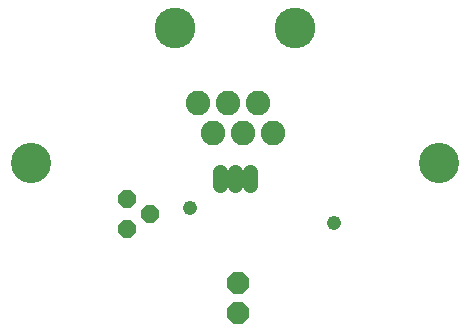
<source format=gbs>
G75*
G70*
%OFA0B0*%
%FSLAX24Y24*%
%IPPOS*%
%LPD*%
%AMOC8*
5,1,8,0,0,1.08239X$1,22.5*
%
%ADD10C,0.1340*%
%ADD11C,0.0516*%
%ADD12OC8,0.0600*%
%ADD13C,0.0820*%
%ADD14C,0.1360*%
%ADD15OC8,0.0740*%
%ADD16C,0.0476*%
D10*
X001300Y006100D03*
X014900Y006100D03*
D11*
X008600Y005818D02*
X008600Y005382D01*
X008100Y005382D02*
X008100Y005818D01*
X007600Y005818D02*
X007600Y005382D01*
D12*
X004500Y003900D03*
X005250Y004400D03*
X004500Y004900D03*
D13*
X007350Y007100D03*
X008350Y007100D03*
X009350Y007100D03*
X008850Y008100D03*
X007850Y008100D03*
X006850Y008100D03*
D14*
X006100Y010600D03*
X010100Y010600D03*
D15*
X008200Y002100D03*
X008200Y001100D03*
D16*
X011400Y004100D03*
X006600Y004600D03*
M02*

</source>
